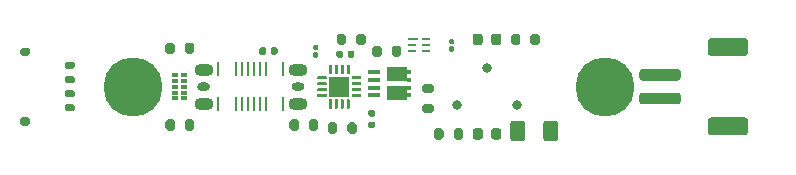
<source format=gbr>
%TF.GenerationSoftware,KiCad,Pcbnew,(5.1.10)-1*%
%TF.CreationDate,2023-08-17T02:42:31-04:00*%
%TF.ProjectId,n65_daughterboard,6e36355f-6461-4756-9768-746572626f61,rev?*%
%TF.SameCoordinates,Original*%
%TF.FileFunction,Soldermask,Top*%
%TF.FilePolarity,Negative*%
%FSLAX46Y46*%
G04 Gerber Fmt 4.6, Leading zero omitted, Abs format (unit mm)*
G04 Created by KiCad (PCBNEW (5.1.10)-1) date 2023-08-17 02:42:31*
%MOMM*%
%LPD*%
G01*
G04 APERTURE LIST*
%ADD10R,1.660000X1.280000*%
%ADD11R,1.140000X0.320000*%
%ADD12R,0.400000X0.320000*%
%ADD13C,0.800000*%
%ADD14O,1.600000X1.100000*%
%ADD15R,0.250000X1.150000*%
%ADD16C,5.000000*%
%ADD17R,0.850000X0.280000*%
%ADD18R,0.750000X0.280000*%
%ADD19R,1.680000X1.680000*%
%ADD20R,0.550000X0.300000*%
%ADD21R,0.550000X0.400000*%
G04 APERTURE END LIST*
D10*
%TO.C,U2*%
X139735156Y-94027000D03*
D11*
X137835156Y-92247000D03*
X137835156Y-93547000D03*
X137835156Y-92897000D03*
X137835156Y-94197000D03*
D12*
X140765156Y-94197000D03*
X140765156Y-93547000D03*
X140765156Y-92247000D03*
D10*
X139735156Y-92417000D03*
D12*
X140765156Y-92897000D03*
%TD*%
D13*
%TO.C,SW1*%
X144825156Y-95059500D03*
X147365156Y-91884500D03*
X149905156Y-95059500D03*
%TD*%
D14*
%TO.C,J1*%
X131365156Y-94902000D03*
X123365156Y-94902000D03*
X131365156Y-92042000D03*
D15*
X127115156Y-94957000D03*
X127615156Y-94957000D03*
G36*
G01*
X122815156Y-93472000D02*
X122815156Y-93472000D01*
G75*
G02*
X123170156Y-93117000I355000J0D01*
G01*
X123560156Y-93117000D01*
G75*
G02*
X123915156Y-93472000I0J-355000D01*
G01*
X123915156Y-93472000D01*
G75*
G02*
X123560156Y-93827000I-355000J0D01*
G01*
X123170156Y-93827000D01*
G75*
G02*
X122815156Y-93472000I0J355000D01*
G01*
G37*
X128615156Y-94957000D03*
X130065156Y-91987000D03*
X126615156Y-91987000D03*
X128115156Y-94957000D03*
X128115156Y-91987000D03*
X127615156Y-91987000D03*
X127115156Y-91987000D03*
X124615156Y-94957000D03*
D14*
X123365156Y-92042000D03*
D15*
X124615156Y-91987000D03*
X126115156Y-91987000D03*
X128615156Y-91987000D03*
X126115156Y-94957000D03*
X130065156Y-94957000D03*
X126615156Y-94957000D03*
G36*
G01*
X130815156Y-93472000D02*
X130815156Y-93472000D01*
G75*
G02*
X131170156Y-93117000I355000J0D01*
G01*
X131560156Y-93117000D01*
G75*
G02*
X131915156Y-93472000I0J-355000D01*
G01*
X131915156Y-93472000D01*
G75*
G02*
X131560156Y-93827000I-355000J0D01*
G01*
X131170156Y-93827000D01*
G75*
G02*
X130815156Y-93472000I0J355000D01*
G01*
G37*
%TD*%
%TO.C,J5*%
G36*
G01*
X111765156Y-91372000D02*
X112315156Y-91372000D01*
G75*
G02*
X112465156Y-91522000I0J-150000D01*
G01*
X112465156Y-91822000D01*
G75*
G02*
X112315156Y-91972000I-150000J0D01*
G01*
X111765156Y-91972000D01*
G75*
G02*
X111615156Y-91822000I0J150000D01*
G01*
X111615156Y-91522000D01*
G75*
G02*
X111765156Y-91372000I150000J0D01*
G01*
G37*
G36*
G01*
X111765156Y-92572000D02*
X112315156Y-92572000D01*
G75*
G02*
X112465156Y-92722000I0J-150000D01*
G01*
X112465156Y-93022000D01*
G75*
G02*
X112315156Y-93172000I-150000J0D01*
G01*
X111765156Y-93172000D01*
G75*
G02*
X111615156Y-93022000I0J150000D01*
G01*
X111615156Y-92722000D01*
G75*
G02*
X111765156Y-92572000I150000J0D01*
G01*
G37*
G36*
G01*
X111765156Y-93772000D02*
X112315156Y-93772000D01*
G75*
G02*
X112465156Y-93922000I0J-150000D01*
G01*
X112465156Y-94222000D01*
G75*
G02*
X112315156Y-94372000I-150000J0D01*
G01*
X111765156Y-94372000D01*
G75*
G02*
X111615156Y-94222000I0J150000D01*
G01*
X111615156Y-93922000D01*
G75*
G02*
X111765156Y-93772000I150000J0D01*
G01*
G37*
G36*
G01*
X111765156Y-94972000D02*
X112315156Y-94972000D01*
G75*
G02*
X112465156Y-95122000I0J-150000D01*
G01*
X112465156Y-95422000D01*
G75*
G02*
X112315156Y-95572000I-150000J0D01*
G01*
X111765156Y-95572000D01*
G75*
G02*
X111615156Y-95422000I0J150000D01*
G01*
X111615156Y-95122000D01*
G75*
G02*
X111765156Y-94972000I150000J0D01*
G01*
G37*
G36*
G01*
X108040156Y-90172000D02*
X108490156Y-90172000D01*
G75*
G02*
X108665156Y-90347000I0J-175000D01*
G01*
X108665156Y-90697000D01*
G75*
G02*
X108490156Y-90872000I-175000J0D01*
G01*
X108040156Y-90872000D01*
G75*
G02*
X107865156Y-90697000I0J175000D01*
G01*
X107865156Y-90347000D01*
G75*
G02*
X108040156Y-90172000I175000J0D01*
G01*
G37*
G36*
G01*
X108040156Y-96072000D02*
X108490156Y-96072000D01*
G75*
G02*
X108665156Y-96247000I0J-175000D01*
G01*
X108665156Y-96597000D01*
G75*
G02*
X108490156Y-96772000I-175000J0D01*
G01*
X108040156Y-96772000D01*
G75*
G02*
X107865156Y-96597000I0J175000D01*
G01*
X107865156Y-96247000D01*
G75*
G02*
X108040156Y-96072000I175000J0D01*
G01*
G37*
%TD*%
%TO.C,D1*%
G36*
G01*
X129645156Y-90299500D02*
X129645156Y-90644500D01*
G75*
G02*
X129497656Y-90792000I-147500J0D01*
G01*
X129202656Y-90792000D01*
G75*
G02*
X129055156Y-90644500I0J147500D01*
G01*
X129055156Y-90299500D01*
G75*
G02*
X129202656Y-90152000I147500J0D01*
G01*
X129497656Y-90152000D01*
G75*
G02*
X129645156Y-90299500I0J-147500D01*
G01*
G37*
G36*
G01*
X128675156Y-90299500D02*
X128675156Y-90644500D01*
G75*
G02*
X128527656Y-90792000I-147500J0D01*
G01*
X128232656Y-90792000D01*
G75*
G02*
X128085156Y-90644500I0J147500D01*
G01*
X128085156Y-90299500D01*
G75*
G02*
X128232656Y-90152000I147500J0D01*
G01*
X128527656Y-90152000D01*
G75*
G02*
X128675156Y-90299500I0J-147500D01*
G01*
G37*
%TD*%
D16*
%TO.C,H1*%
X117365156Y-93472000D03*
%TD*%
%TO.C,C1*%
G36*
G01*
X144265156Y-89422000D02*
X144465156Y-89422000D01*
G75*
G02*
X144565156Y-89522000I0J-100000D01*
G01*
X144565156Y-89782000D01*
G75*
G02*
X144465156Y-89882000I-100000J0D01*
G01*
X144265156Y-89882000D01*
G75*
G02*
X144165156Y-89782000I0J100000D01*
G01*
X144165156Y-89522000D01*
G75*
G02*
X144265156Y-89422000I100000J0D01*
G01*
G37*
G36*
G01*
X144265156Y-90062000D02*
X144465156Y-90062000D01*
G75*
G02*
X144565156Y-90162000I0J-100000D01*
G01*
X144565156Y-90422000D01*
G75*
G02*
X144465156Y-90522000I-100000J0D01*
G01*
X144265156Y-90522000D01*
G75*
G02*
X144165156Y-90422000I0J100000D01*
G01*
X144165156Y-90162000D01*
G75*
G02*
X144265156Y-90062000I100000J0D01*
G01*
G37*
%TD*%
%TO.C,C2*%
G36*
G01*
X136125156Y-90552000D02*
X136125156Y-90892000D01*
G75*
G02*
X135985156Y-91032000I-140000J0D01*
G01*
X135705156Y-91032000D01*
G75*
G02*
X135565156Y-90892000I0J140000D01*
G01*
X135565156Y-90552000D01*
G75*
G02*
X135705156Y-90412000I140000J0D01*
G01*
X135985156Y-90412000D01*
G75*
G02*
X136125156Y-90552000I0J-140000D01*
G01*
G37*
G36*
G01*
X135165156Y-90552000D02*
X135165156Y-90892000D01*
G75*
G02*
X135025156Y-91032000I-140000J0D01*
G01*
X134745156Y-91032000D01*
G75*
G02*
X134605156Y-90892000I0J140000D01*
G01*
X134605156Y-90552000D01*
G75*
G02*
X134745156Y-90412000I140000J0D01*
G01*
X135025156Y-90412000D01*
G75*
G02*
X135165156Y-90552000I0J-140000D01*
G01*
G37*
%TD*%
%TO.C,C3*%
G36*
G01*
X137785156Y-96022000D02*
X137445156Y-96022000D01*
G75*
G02*
X137305156Y-95882000I0J140000D01*
G01*
X137305156Y-95602000D01*
G75*
G02*
X137445156Y-95462000I140000J0D01*
G01*
X137785156Y-95462000D01*
G75*
G02*
X137925156Y-95602000I0J-140000D01*
G01*
X137925156Y-95882000D01*
G75*
G02*
X137785156Y-96022000I-140000J0D01*
G01*
G37*
G36*
G01*
X137785156Y-96982000D02*
X137445156Y-96982000D01*
G75*
G02*
X137305156Y-96842000I0J140000D01*
G01*
X137305156Y-96562000D01*
G75*
G02*
X137445156Y-96422000I140000J0D01*
G01*
X137785156Y-96422000D01*
G75*
G02*
X137925156Y-96562000I0J-140000D01*
G01*
X137925156Y-96842000D01*
G75*
G02*
X137785156Y-96982000I-140000J0D01*
G01*
G37*
%TD*%
%TO.C,C4*%
G36*
G01*
X132965156Y-90382000D02*
X132765156Y-90382000D01*
G75*
G02*
X132665156Y-90282000I0J100000D01*
G01*
X132665156Y-90022000D01*
G75*
G02*
X132765156Y-89922000I100000J0D01*
G01*
X132965156Y-89922000D01*
G75*
G02*
X133065156Y-90022000I0J-100000D01*
G01*
X133065156Y-90282000D01*
G75*
G02*
X132965156Y-90382000I-100000J0D01*
G01*
G37*
G36*
G01*
X132965156Y-91022000D02*
X132765156Y-91022000D01*
G75*
G02*
X132665156Y-90922000I0J100000D01*
G01*
X132665156Y-90662000D01*
G75*
G02*
X132765156Y-90562000I100000J0D01*
G01*
X132965156Y-90562000D01*
G75*
G02*
X133065156Y-90662000I0J-100000D01*
G01*
X133065156Y-90922000D01*
G75*
G02*
X132965156Y-91022000I-100000J0D01*
G01*
G37*
%TD*%
%TO.C,D2*%
G36*
G01*
X147715156Y-89728250D02*
X147715156Y-89215750D01*
G75*
G02*
X147933906Y-88997000I218750J0D01*
G01*
X148371406Y-88997000D01*
G75*
G02*
X148590156Y-89215750I0J-218750D01*
G01*
X148590156Y-89728250D01*
G75*
G02*
X148371406Y-89947000I-218750J0D01*
G01*
X147933906Y-89947000D01*
G75*
G02*
X147715156Y-89728250I0J218750D01*
G01*
G37*
G36*
G01*
X146140156Y-89728250D02*
X146140156Y-89215750D01*
G75*
G02*
X146358906Y-88997000I218750J0D01*
G01*
X146796406Y-88997000D01*
G75*
G02*
X147015156Y-89215750I0J-218750D01*
G01*
X147015156Y-89728250D01*
G75*
G02*
X146796406Y-89947000I-218750J0D01*
G01*
X146358906Y-89947000D01*
G75*
G02*
X146140156Y-89728250I0J218750D01*
G01*
G37*
%TD*%
%TO.C,D3*%
G36*
G01*
X148590156Y-97215750D02*
X148590156Y-97728250D01*
G75*
G02*
X148371406Y-97947000I-218750J0D01*
G01*
X147933906Y-97947000D01*
G75*
G02*
X147715156Y-97728250I0J218750D01*
G01*
X147715156Y-97215750D01*
G75*
G02*
X147933906Y-96997000I218750J0D01*
G01*
X148371406Y-96997000D01*
G75*
G02*
X148590156Y-97215750I0J-218750D01*
G01*
G37*
G36*
G01*
X147015156Y-97215750D02*
X147015156Y-97728250D01*
G75*
G02*
X146796406Y-97947000I-218750J0D01*
G01*
X146358906Y-97947000D01*
G75*
G02*
X146140156Y-97728250I0J218750D01*
G01*
X146140156Y-97215750D01*
G75*
G02*
X146358906Y-96997000I218750J0D01*
G01*
X146796406Y-96997000D01*
G75*
G02*
X147015156Y-97215750I0J-218750D01*
G01*
G37*
%TD*%
%TO.C,F1*%
G36*
G01*
X149340156Y-97847000D02*
X149340156Y-96597000D01*
G75*
G02*
X149590156Y-96347000I250000J0D01*
G01*
X150340156Y-96347000D01*
G75*
G02*
X150590156Y-96597000I0J-250000D01*
G01*
X150590156Y-97847000D01*
G75*
G02*
X150340156Y-98097000I-250000J0D01*
G01*
X149590156Y-98097000D01*
G75*
G02*
X149340156Y-97847000I0J250000D01*
G01*
G37*
G36*
G01*
X152140156Y-97847000D02*
X152140156Y-96597000D01*
G75*
G02*
X152390156Y-96347000I250000J0D01*
G01*
X153140156Y-96347000D01*
G75*
G02*
X153390156Y-96597000I0J-250000D01*
G01*
X153390156Y-97847000D01*
G75*
G02*
X153140156Y-98097000I-250000J0D01*
G01*
X152390156Y-98097000D01*
G75*
G02*
X152140156Y-97847000I0J250000D01*
G01*
G37*
%TD*%
%TO.C,H1*%
X157365156Y-93472000D03*
%TD*%
%TO.C,J2*%
G36*
G01*
X163515156Y-94972000D02*
X160515156Y-94972000D01*
G75*
G02*
X160265156Y-94722000I0J250000D01*
G01*
X160265156Y-94222000D01*
G75*
G02*
X160515156Y-93972000I250000J0D01*
G01*
X163515156Y-93972000D01*
G75*
G02*
X163765156Y-94222000I0J-250000D01*
G01*
X163765156Y-94722000D01*
G75*
G02*
X163515156Y-94972000I-250000J0D01*
G01*
G37*
G36*
G01*
X163515156Y-92972000D02*
X160515156Y-92972000D01*
G75*
G02*
X160265156Y-92722000I0J250000D01*
G01*
X160265156Y-92222000D01*
G75*
G02*
X160515156Y-91972000I250000J0D01*
G01*
X163515156Y-91972000D01*
G75*
G02*
X163765156Y-92222000I0J-250000D01*
G01*
X163765156Y-92722000D01*
G75*
G02*
X163515156Y-92972000I-250000J0D01*
G01*
G37*
G36*
G01*
X169215156Y-97572000D02*
X166315156Y-97572000D01*
G75*
G02*
X166065156Y-97322000I0J250000D01*
G01*
X166065156Y-96322000D01*
G75*
G02*
X166315156Y-96072000I250000J0D01*
G01*
X169215156Y-96072000D01*
G75*
G02*
X169465156Y-96322000I0J-250000D01*
G01*
X169465156Y-97322000D01*
G75*
G02*
X169215156Y-97572000I-250000J0D01*
G01*
G37*
G36*
G01*
X169215156Y-90872000D02*
X166315156Y-90872000D01*
G75*
G02*
X166065156Y-90622000I0J250000D01*
G01*
X166065156Y-89622000D01*
G75*
G02*
X166315156Y-89372000I250000J0D01*
G01*
X169215156Y-89372000D01*
G75*
G02*
X169465156Y-89622000I0J-250000D01*
G01*
X169465156Y-90622000D01*
G75*
G02*
X169215156Y-90872000I-250000J0D01*
G01*
G37*
%TD*%
%TO.C,R1*%
G36*
G01*
X120940156Y-96447000D02*
X120940156Y-96997000D01*
G75*
G02*
X120740156Y-97197000I-200000J0D01*
G01*
X120340156Y-97197000D01*
G75*
G02*
X120140156Y-96997000I0J200000D01*
G01*
X120140156Y-96447000D01*
G75*
G02*
X120340156Y-96247000I200000J0D01*
G01*
X120740156Y-96247000D01*
G75*
G02*
X120940156Y-96447000I0J-200000D01*
G01*
G37*
G36*
G01*
X122590156Y-96447000D02*
X122590156Y-96997000D01*
G75*
G02*
X122390156Y-97197000I-200000J0D01*
G01*
X121990156Y-97197000D01*
G75*
G02*
X121790156Y-96997000I0J200000D01*
G01*
X121790156Y-96447000D01*
G75*
G02*
X121990156Y-96247000I200000J0D01*
G01*
X122390156Y-96247000D01*
G75*
G02*
X122590156Y-96447000I0J-200000D01*
G01*
G37*
%TD*%
%TO.C,R2*%
G36*
G01*
X122590156Y-89947000D02*
X122590156Y-90497000D01*
G75*
G02*
X122390156Y-90697000I-200000J0D01*
G01*
X121990156Y-90697000D01*
G75*
G02*
X121790156Y-90497000I0J200000D01*
G01*
X121790156Y-89947000D01*
G75*
G02*
X121990156Y-89747000I200000J0D01*
G01*
X122390156Y-89747000D01*
G75*
G02*
X122590156Y-89947000I0J-200000D01*
G01*
G37*
G36*
G01*
X120940156Y-89947000D02*
X120940156Y-90497000D01*
G75*
G02*
X120740156Y-90697000I-200000J0D01*
G01*
X120340156Y-90697000D01*
G75*
G02*
X120140156Y-90497000I0J200000D01*
G01*
X120140156Y-89947000D01*
G75*
G02*
X120340156Y-89747000I200000J0D01*
G01*
X120740156Y-89747000D01*
G75*
G02*
X120940156Y-89947000I0J-200000D01*
G01*
G37*
%TD*%
%TO.C,R3*%
G36*
G01*
X142640156Y-95697000D02*
X142090156Y-95697000D01*
G75*
G02*
X141890156Y-95497000I0J200000D01*
G01*
X141890156Y-95097000D01*
G75*
G02*
X142090156Y-94897000I200000J0D01*
G01*
X142640156Y-94897000D01*
G75*
G02*
X142840156Y-95097000I0J-200000D01*
G01*
X142840156Y-95497000D01*
G75*
G02*
X142640156Y-95697000I-200000J0D01*
G01*
G37*
G36*
G01*
X142640156Y-94047000D02*
X142090156Y-94047000D01*
G75*
G02*
X141890156Y-93847000I0J200000D01*
G01*
X141890156Y-93447000D01*
G75*
G02*
X142090156Y-93247000I200000J0D01*
G01*
X142640156Y-93247000D01*
G75*
G02*
X142840156Y-93447000I0J-200000D01*
G01*
X142840156Y-93847000D01*
G75*
G02*
X142640156Y-94047000I-200000J0D01*
G01*
G37*
%TD*%
%TO.C,R4*%
G36*
G01*
X135440156Y-89197000D02*
X135440156Y-89747000D01*
G75*
G02*
X135240156Y-89947000I-200000J0D01*
G01*
X134840156Y-89947000D01*
G75*
G02*
X134640156Y-89747000I0J200000D01*
G01*
X134640156Y-89197000D01*
G75*
G02*
X134840156Y-88997000I200000J0D01*
G01*
X135240156Y-88997000D01*
G75*
G02*
X135440156Y-89197000I0J-200000D01*
G01*
G37*
G36*
G01*
X137090156Y-89197000D02*
X137090156Y-89747000D01*
G75*
G02*
X136890156Y-89947000I-200000J0D01*
G01*
X136490156Y-89947000D01*
G75*
G02*
X136290156Y-89747000I0J200000D01*
G01*
X136290156Y-89197000D01*
G75*
G02*
X136490156Y-88997000I200000J0D01*
G01*
X136890156Y-88997000D01*
G75*
G02*
X137090156Y-89197000I0J-200000D01*
G01*
G37*
%TD*%
%TO.C,R5*%
G36*
G01*
X134690156Y-96697000D02*
X134690156Y-97247000D01*
G75*
G02*
X134490156Y-97447000I-200000J0D01*
G01*
X134090156Y-97447000D01*
G75*
G02*
X133890156Y-97247000I0J200000D01*
G01*
X133890156Y-96697000D01*
G75*
G02*
X134090156Y-96497000I200000J0D01*
G01*
X134490156Y-96497000D01*
G75*
G02*
X134690156Y-96697000I0J-200000D01*
G01*
G37*
G36*
G01*
X136340156Y-96697000D02*
X136340156Y-97247000D01*
G75*
G02*
X136140156Y-97447000I-200000J0D01*
G01*
X135740156Y-97447000D01*
G75*
G02*
X135540156Y-97247000I0J200000D01*
G01*
X135540156Y-96697000D01*
G75*
G02*
X135740156Y-96497000I200000J0D01*
G01*
X136140156Y-96497000D01*
G75*
G02*
X136340156Y-96697000I0J-200000D01*
G01*
G37*
%TD*%
%TO.C,R6*%
G36*
G01*
X137640156Y-90747000D02*
X137640156Y-90197000D01*
G75*
G02*
X137840156Y-89997000I200000J0D01*
G01*
X138240156Y-89997000D01*
G75*
G02*
X138440156Y-90197000I0J-200000D01*
G01*
X138440156Y-90747000D01*
G75*
G02*
X138240156Y-90947000I-200000J0D01*
G01*
X137840156Y-90947000D01*
G75*
G02*
X137640156Y-90747000I0J200000D01*
G01*
G37*
G36*
G01*
X139290156Y-90747000D02*
X139290156Y-90197000D01*
G75*
G02*
X139490156Y-89997000I200000J0D01*
G01*
X139890156Y-89997000D01*
G75*
G02*
X140090156Y-90197000I0J-200000D01*
G01*
X140090156Y-90747000D01*
G75*
G02*
X139890156Y-90947000I-200000J0D01*
G01*
X139490156Y-90947000D01*
G75*
G02*
X139290156Y-90747000I0J200000D01*
G01*
G37*
%TD*%
%TO.C,R7*%
G36*
G01*
X130640156Y-96997000D02*
X130640156Y-96447000D01*
G75*
G02*
X130840156Y-96247000I200000J0D01*
G01*
X131240156Y-96247000D01*
G75*
G02*
X131440156Y-96447000I0J-200000D01*
G01*
X131440156Y-96997000D01*
G75*
G02*
X131240156Y-97197000I-200000J0D01*
G01*
X130840156Y-97197000D01*
G75*
G02*
X130640156Y-96997000I0J200000D01*
G01*
G37*
G36*
G01*
X132290156Y-96997000D02*
X132290156Y-96447000D01*
G75*
G02*
X132490156Y-96247000I200000J0D01*
G01*
X132890156Y-96247000D01*
G75*
G02*
X133090156Y-96447000I0J-200000D01*
G01*
X133090156Y-96997000D01*
G75*
G02*
X132890156Y-97197000I-200000J0D01*
G01*
X132490156Y-97197000D01*
G75*
G02*
X132290156Y-96997000I0J200000D01*
G01*
G37*
%TD*%
%TO.C,R8*%
G36*
G01*
X149390156Y-89747000D02*
X149390156Y-89197000D01*
G75*
G02*
X149590156Y-88997000I200000J0D01*
G01*
X149990156Y-88997000D01*
G75*
G02*
X150190156Y-89197000I0J-200000D01*
G01*
X150190156Y-89747000D01*
G75*
G02*
X149990156Y-89947000I-200000J0D01*
G01*
X149590156Y-89947000D01*
G75*
G02*
X149390156Y-89747000I0J200000D01*
G01*
G37*
G36*
G01*
X151040156Y-89747000D02*
X151040156Y-89197000D01*
G75*
G02*
X151240156Y-88997000I200000J0D01*
G01*
X151640156Y-88997000D01*
G75*
G02*
X151840156Y-89197000I0J-200000D01*
G01*
X151840156Y-89747000D01*
G75*
G02*
X151640156Y-89947000I-200000J0D01*
G01*
X151240156Y-89947000D01*
G75*
G02*
X151040156Y-89747000I0J200000D01*
G01*
G37*
%TD*%
%TO.C,R9*%
G36*
G01*
X145340156Y-97197000D02*
X145340156Y-97747000D01*
G75*
G02*
X145140156Y-97947000I-200000J0D01*
G01*
X144740156Y-97947000D01*
G75*
G02*
X144540156Y-97747000I0J200000D01*
G01*
X144540156Y-97197000D01*
G75*
G02*
X144740156Y-96997000I200000J0D01*
G01*
X145140156Y-96997000D01*
G75*
G02*
X145340156Y-97197000I0J-200000D01*
G01*
G37*
G36*
G01*
X143690156Y-97197000D02*
X143690156Y-97747000D01*
G75*
G02*
X143490156Y-97947000I-200000J0D01*
G01*
X143090156Y-97947000D01*
G75*
G02*
X142890156Y-97747000I0J200000D01*
G01*
X142890156Y-97197000D01*
G75*
G02*
X143090156Y-96997000I200000J0D01*
G01*
X143490156Y-96997000D01*
G75*
G02*
X143690156Y-97197000I0J-200000D01*
G01*
G37*
%TD*%
D17*
%TO.C,U1*%
X141090156Y-89472000D03*
D18*
X141040156Y-89972000D03*
X141040156Y-90472000D03*
X142190156Y-90472000D03*
X142190156Y-89972000D03*
X142190156Y-89472000D03*
%TD*%
%TO.C,U3*%
G36*
G01*
X134177656Y-95347000D02*
X134052656Y-95347000D01*
G75*
G02*
X133990156Y-95284500I0J62500D01*
G01*
X133990156Y-94584500D01*
G75*
G02*
X134052656Y-94522000I62500J0D01*
G01*
X134177656Y-94522000D01*
G75*
G02*
X134240156Y-94584500I0J-62500D01*
G01*
X134240156Y-95284500D01*
G75*
G02*
X134177656Y-95347000I-62500J0D01*
G01*
G37*
G36*
G01*
X134677656Y-95347000D02*
X134552656Y-95347000D01*
G75*
G02*
X134490156Y-95284500I0J62500D01*
G01*
X134490156Y-94584500D01*
G75*
G02*
X134552656Y-94522000I62500J0D01*
G01*
X134677656Y-94522000D01*
G75*
G02*
X134740156Y-94584500I0J-62500D01*
G01*
X134740156Y-95284500D01*
G75*
G02*
X134677656Y-95347000I-62500J0D01*
G01*
G37*
G36*
G01*
X135177656Y-95347000D02*
X135052656Y-95347000D01*
G75*
G02*
X134990156Y-95284500I0J62500D01*
G01*
X134990156Y-94584500D01*
G75*
G02*
X135052656Y-94522000I62500J0D01*
G01*
X135177656Y-94522000D01*
G75*
G02*
X135240156Y-94584500I0J-62500D01*
G01*
X135240156Y-95284500D01*
G75*
G02*
X135177656Y-95347000I-62500J0D01*
G01*
G37*
G36*
G01*
X135677656Y-95347000D02*
X135552656Y-95347000D01*
G75*
G02*
X135490156Y-95284500I0J62500D01*
G01*
X135490156Y-94584500D01*
G75*
G02*
X135552656Y-94522000I62500J0D01*
G01*
X135677656Y-94522000D01*
G75*
G02*
X135740156Y-94584500I0J-62500D01*
G01*
X135740156Y-95284500D01*
G75*
G02*
X135677656Y-95347000I-62500J0D01*
G01*
G37*
G36*
G01*
X136677656Y-94347000D02*
X135977656Y-94347000D01*
G75*
G02*
X135915156Y-94284500I0J62500D01*
G01*
X135915156Y-94159500D01*
G75*
G02*
X135977656Y-94097000I62500J0D01*
G01*
X136677656Y-94097000D01*
G75*
G02*
X136740156Y-94159500I0J-62500D01*
G01*
X136740156Y-94284500D01*
G75*
G02*
X136677656Y-94347000I-62500J0D01*
G01*
G37*
G36*
G01*
X136677656Y-93847000D02*
X135977656Y-93847000D01*
G75*
G02*
X135915156Y-93784500I0J62500D01*
G01*
X135915156Y-93659500D01*
G75*
G02*
X135977656Y-93597000I62500J0D01*
G01*
X136677656Y-93597000D01*
G75*
G02*
X136740156Y-93659500I0J-62500D01*
G01*
X136740156Y-93784500D01*
G75*
G02*
X136677656Y-93847000I-62500J0D01*
G01*
G37*
G36*
G01*
X136677656Y-93347000D02*
X135977656Y-93347000D01*
G75*
G02*
X135915156Y-93284500I0J62500D01*
G01*
X135915156Y-93159500D01*
G75*
G02*
X135977656Y-93097000I62500J0D01*
G01*
X136677656Y-93097000D01*
G75*
G02*
X136740156Y-93159500I0J-62500D01*
G01*
X136740156Y-93284500D01*
G75*
G02*
X136677656Y-93347000I-62500J0D01*
G01*
G37*
G36*
G01*
X136677656Y-92847000D02*
X135977656Y-92847000D01*
G75*
G02*
X135915156Y-92784500I0J62500D01*
G01*
X135915156Y-92659500D01*
G75*
G02*
X135977656Y-92597000I62500J0D01*
G01*
X136677656Y-92597000D01*
G75*
G02*
X136740156Y-92659500I0J-62500D01*
G01*
X136740156Y-92784500D01*
G75*
G02*
X136677656Y-92847000I-62500J0D01*
G01*
G37*
G36*
G01*
X135677656Y-92422000D02*
X135552656Y-92422000D01*
G75*
G02*
X135490156Y-92359500I0J62500D01*
G01*
X135490156Y-91659500D01*
G75*
G02*
X135552656Y-91597000I62500J0D01*
G01*
X135677656Y-91597000D01*
G75*
G02*
X135740156Y-91659500I0J-62500D01*
G01*
X135740156Y-92359500D01*
G75*
G02*
X135677656Y-92422000I-62500J0D01*
G01*
G37*
G36*
G01*
X135177656Y-92422000D02*
X135052656Y-92422000D01*
G75*
G02*
X134990156Y-92359500I0J62500D01*
G01*
X134990156Y-91659500D01*
G75*
G02*
X135052656Y-91597000I62500J0D01*
G01*
X135177656Y-91597000D01*
G75*
G02*
X135240156Y-91659500I0J-62500D01*
G01*
X135240156Y-92359500D01*
G75*
G02*
X135177656Y-92422000I-62500J0D01*
G01*
G37*
G36*
G01*
X134677656Y-92422000D02*
X134552656Y-92422000D01*
G75*
G02*
X134490156Y-92359500I0J62500D01*
G01*
X134490156Y-91659500D01*
G75*
G02*
X134552656Y-91597000I62500J0D01*
G01*
X134677656Y-91597000D01*
G75*
G02*
X134740156Y-91659500I0J-62500D01*
G01*
X134740156Y-92359500D01*
G75*
G02*
X134677656Y-92422000I-62500J0D01*
G01*
G37*
G36*
G01*
X134177656Y-92422000D02*
X134052656Y-92422000D01*
G75*
G02*
X133990156Y-92359500I0J62500D01*
G01*
X133990156Y-91659500D01*
G75*
G02*
X134052656Y-91597000I62500J0D01*
G01*
X134177656Y-91597000D01*
G75*
G02*
X134240156Y-91659500I0J-62500D01*
G01*
X134240156Y-92359500D01*
G75*
G02*
X134177656Y-92422000I-62500J0D01*
G01*
G37*
G36*
G01*
X133752656Y-92847000D02*
X133052656Y-92847000D01*
G75*
G02*
X132990156Y-92784500I0J62500D01*
G01*
X132990156Y-92659500D01*
G75*
G02*
X133052656Y-92597000I62500J0D01*
G01*
X133752656Y-92597000D01*
G75*
G02*
X133815156Y-92659500I0J-62500D01*
G01*
X133815156Y-92784500D01*
G75*
G02*
X133752656Y-92847000I-62500J0D01*
G01*
G37*
G36*
G01*
X133752656Y-93347000D02*
X133052656Y-93347000D01*
G75*
G02*
X132990156Y-93284500I0J62500D01*
G01*
X132990156Y-93159500D01*
G75*
G02*
X133052656Y-93097000I62500J0D01*
G01*
X133752656Y-93097000D01*
G75*
G02*
X133815156Y-93159500I0J-62500D01*
G01*
X133815156Y-93284500D01*
G75*
G02*
X133752656Y-93347000I-62500J0D01*
G01*
G37*
G36*
G01*
X133752656Y-93847000D02*
X133052656Y-93847000D01*
G75*
G02*
X132990156Y-93784500I0J62500D01*
G01*
X132990156Y-93659500D01*
G75*
G02*
X133052656Y-93597000I62500J0D01*
G01*
X133752656Y-93597000D01*
G75*
G02*
X133815156Y-93659500I0J-62500D01*
G01*
X133815156Y-93784500D01*
G75*
G02*
X133752656Y-93847000I-62500J0D01*
G01*
G37*
G36*
G01*
X133752656Y-94347000D02*
X133052656Y-94347000D01*
G75*
G02*
X132990156Y-94284500I0J62500D01*
G01*
X132990156Y-94159500D01*
G75*
G02*
X133052656Y-94097000I62500J0D01*
G01*
X133752656Y-94097000D01*
G75*
G02*
X133815156Y-94159500I0J-62500D01*
G01*
X133815156Y-94284500D01*
G75*
G02*
X133752656Y-94347000I-62500J0D01*
G01*
G37*
D19*
X134865156Y-93472000D03*
%TD*%
D20*
%TO.C,U4*%
X121750156Y-94472000D03*
X121750156Y-93972000D03*
D21*
X121750156Y-93472000D03*
D20*
X121750156Y-92972000D03*
X121750156Y-92472000D03*
X120980156Y-93972000D03*
X120980156Y-92472000D03*
X120980156Y-92972000D03*
X120980156Y-94472000D03*
D21*
X120980156Y-93472000D03*
%TD*%
M02*

</source>
